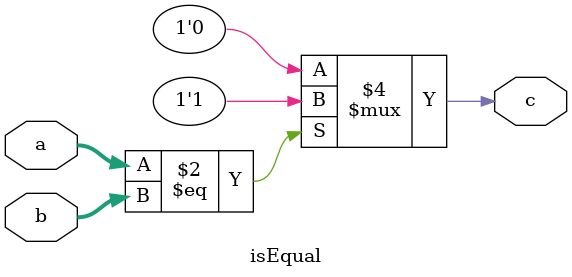
<source format=v>
`timescale 1ns/1ns

module isEqual(input[15:0] a, b, output reg c); 
  always@(*) begin
    if(a == b)
      c = 1;
    else
      c = 0;
  end  
endmodule

</source>
